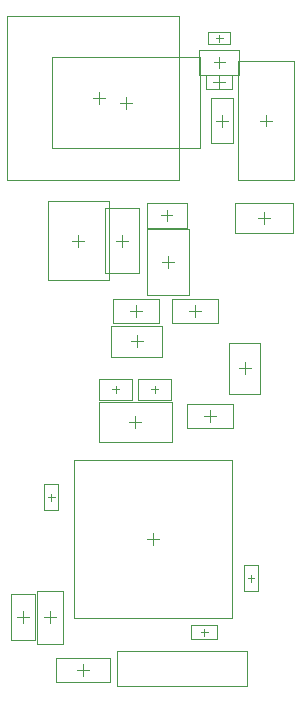
<source format=gbr>
%TF.GenerationSoftware,Altium Limited,Altium Designer,20.0.9 (164)*%
G04 Layer_Color=32768*
%FSLAX26Y26*%
%MOIN*%
%TF.FileFunction,Other,Mechanical_15*%
%TF.Part,Single*%
G01*
G75*
%TA.AperFunction,NonConductor*%
%ADD107C,0.003937*%
%ADD108C,0.001968*%
D107*
X1165000Y885315D02*
Y924685D01*
X1145315Y905000D02*
X1184685D01*
X1184449Y690630D02*
Y769370D01*
X1365551Y690630D02*
Y769370D01*
X1184449D02*
X1365551D01*
X1184449Y690630D02*
X1365551D01*
X1255315Y730000D02*
X1294685D01*
X1275000Y710315D02*
Y749685D01*
X1860315Y2235000D02*
X1899685D01*
X1880000Y2215315D02*
Y2254685D01*
X1075000Y885315D02*
Y924685D01*
X1055315Y905000D02*
X1094685D01*
X1680315Y1575000D02*
X1719685D01*
X1700000Y1555315D02*
Y1594685D01*
X1385315Y2160000D02*
X1424685D01*
X1405000Y2140315D02*
Y2179685D01*
X1451181Y1905315D02*
Y1944685D01*
X1431496Y1925000D02*
X1470866D01*
X1650000Y1905315D02*
Y1944685D01*
X1630315Y1925000D02*
X1669685D01*
X1510000Y1145315D02*
Y1184685D01*
X1490315Y1165000D02*
X1529685D01*
X1537284Y2245000D02*
X1572716D01*
X1555000Y2227284D02*
Y2262716D01*
X1730000Y2670315D02*
Y2709685D01*
X1710315Y2690000D02*
X1749685D01*
X1730000Y2824173D02*
Y2845827D01*
X1719173Y2835000D02*
X1740827D01*
X1712284Y2755000D02*
X1747716D01*
X1730000Y2737284D02*
Y2772716D01*
X1815000Y1715315D02*
Y1754685D01*
X1795315Y1735000D02*
X1834685D01*
X1435315Y1825000D02*
X1474685D01*
X1455000Y1805315D02*
Y1844685D01*
X1159173Y1305000D02*
X1180827D01*
X1170000Y1294173D02*
Y1315827D01*
X1824173Y1035000D02*
X1845827D01*
X1835000Y1024173D02*
Y1045827D01*
X1680000Y844173D02*
Y865827D01*
X1669173Y855000D02*
X1690827D01*
X1540315Y2090000D02*
X1579685D01*
X1560000Y2070315D02*
Y2109685D01*
X1400315Y2620000D02*
X1439685D01*
X1420000Y2600315D02*
Y2639685D01*
X1430315Y1555000D02*
X1469685D01*
X1450000Y1535315D02*
Y1574685D01*
X1240315Y2160000D02*
X1279685D01*
X1260000Y2140315D02*
Y2179685D01*
X1886653Y2541236D02*
Y2580606D01*
X1866968Y2560921D02*
X1906339D01*
X1330000Y2615315D02*
Y2654685D01*
X1310315Y2635000D02*
X1349685D01*
X1740000Y2540315D02*
Y2579685D01*
X1720315Y2560000D02*
X1759685D01*
D108*
X1121693Y816417D02*
X1208307D01*
X1121693Y993583D02*
X1208307D01*
Y816417D02*
Y993583D01*
X1121693Y816417D02*
Y993583D01*
X1975866Y2185000D02*
Y2285000D01*
X1784134Y2185000D02*
Y2285000D01*
Y2185000D02*
X1975866D01*
X1784134Y2285000D02*
X1975866D01*
X1035630Y981772D02*
X1114370D01*
X1035630Y828228D02*
X1114370D01*
X1035630D02*
Y981772D01*
X1114370Y828228D02*
Y981772D01*
X1623228Y1535630D02*
Y1614370D01*
X1776772Y1535630D02*
Y1614370D01*
X1623228Y1535630D02*
X1776772D01*
X1623228Y1614370D02*
X1776772D01*
X1462086Y2051732D02*
Y2268268D01*
X1347913Y2051732D02*
Y2268268D01*
Y2051732D02*
X1462086D01*
X1347913Y2268268D02*
X1462086D01*
X1374409Y1964370D02*
X1527953D01*
X1374409Y1885630D02*
X1527953D01*
Y1964370D01*
X1374409Y1885630D02*
Y1964370D01*
X1573228Y1885630D02*
X1726772D01*
X1573228Y1964370D02*
X1726772D01*
X1573228Y1885630D02*
Y1964370D01*
X1726772Y1885630D02*
Y1964370D01*
X1388661Y793858D02*
X1821339D01*
X1388661Y676142D02*
Y793858D01*
Y676142D02*
X1821339D01*
Y793858D01*
X1246220Y1428780D02*
X1773780D01*
X1246220Y901221D02*
X1773780D01*
X1246220D02*
Y1428780D01*
X1773780Y901221D02*
Y1428780D01*
X1488071Y2203661D02*
Y2286339D01*
X1621929Y2203661D02*
Y2286339D01*
X1488071Y2203661D02*
X1621929D01*
X1488071Y2286339D02*
X1621929D01*
X1459882Y1629567D02*
Y1700433D01*
X1570118Y1629567D02*
Y1700433D01*
X1459882Y1629567D02*
X1570118D01*
X1459882Y1700433D02*
X1570118D01*
X1503189Y1665000D02*
X1526811D01*
X1515000Y1653189D02*
Y1676811D01*
X1440118Y1629567D02*
Y1700433D01*
X1329882Y1629567D02*
Y1700433D01*
X1440118D01*
X1329882Y1629567D02*
X1440118D01*
X1373189Y1665000D02*
X1396811D01*
X1385000Y1653189D02*
Y1676811D01*
X1686693Y2666378D02*
X1773307D01*
X1686693Y2713622D02*
X1773307D01*
Y2666378D02*
Y2713622D01*
X1686693Y2666378D02*
Y2713622D01*
X1692599Y2815315D02*
X1767402D01*
X1692599Y2854685D02*
X1767402D01*
Y2815315D02*
Y2854685D01*
X1692599Y2815315D02*
Y2854685D01*
X1663071Y2713661D02*
Y2796339D01*
X1796929Y2713661D02*
Y2796339D01*
X1663071D02*
X1796929D01*
X1663071Y2713661D02*
X1796929D01*
X1763819Y1650354D02*
X1866181D01*
X1763819Y1819646D02*
X1866181D01*
Y1650354D02*
Y1819646D01*
X1763819Y1650354D02*
Y1819646D01*
X1370354Y1773819D02*
Y1876181D01*
X1539646Y1773819D02*
Y1876181D01*
X1370354Y1773819D02*
X1539646D01*
X1370354Y1876181D02*
X1539646D01*
X1193622Y1261693D02*
Y1348307D01*
X1146378Y1261693D02*
Y1348307D01*
Y1261693D02*
X1193622D01*
X1146378Y1348307D02*
X1193622D01*
X1811378Y991693D02*
Y1078307D01*
X1858622Y991693D02*
Y1078307D01*
X1811378D02*
X1858622D01*
X1811378Y991693D02*
X1858622D01*
X1636693Y878622D02*
X1723307D01*
X1636693Y831378D02*
X1723307D01*
Y878622D01*
X1636693Y831378D02*
Y878622D01*
X1629685Y1980945D02*
Y2199055D01*
X1490315Y1980945D02*
Y2199055D01*
Y1980945D02*
X1629685D01*
X1490315Y2199055D02*
X1629685D01*
X1667047Y2468425D02*
Y2771575D01*
X1172953Y2468425D02*
Y2771575D01*
X1667047D01*
X1172953Y2468425D02*
X1667047D01*
X1327953Y1488071D02*
X1572047D01*
X1327953D02*
Y1621929D01*
X1572047D01*
Y1488071D02*
Y1621929D01*
X1157638Y2028110D02*
Y2291890D01*
X1362362Y2028110D02*
Y2291890D01*
X1157638D02*
X1362362D01*
X1157638Y2028110D02*
X1362362D01*
X1794134Y2362102D02*
Y2759740D01*
X1979173D01*
X1794134Y2362102D02*
X1979173D01*
Y2759740D01*
X1024094Y2907835D02*
X1596142D01*
X1024094Y2362166D02*
Y2907835D01*
Y2362166D02*
X1596142D01*
Y2907835D01*
X1702598Y2485197D02*
X1777401D01*
X1702598Y2634803D02*
X1777401D01*
X1702598Y2485197D02*
Y2634803D01*
X1777401Y2485197D02*
Y2634803D01*
%TF.MD5,b688507c8a57e48d627d40b7df04b87e*%
M02*

</source>
